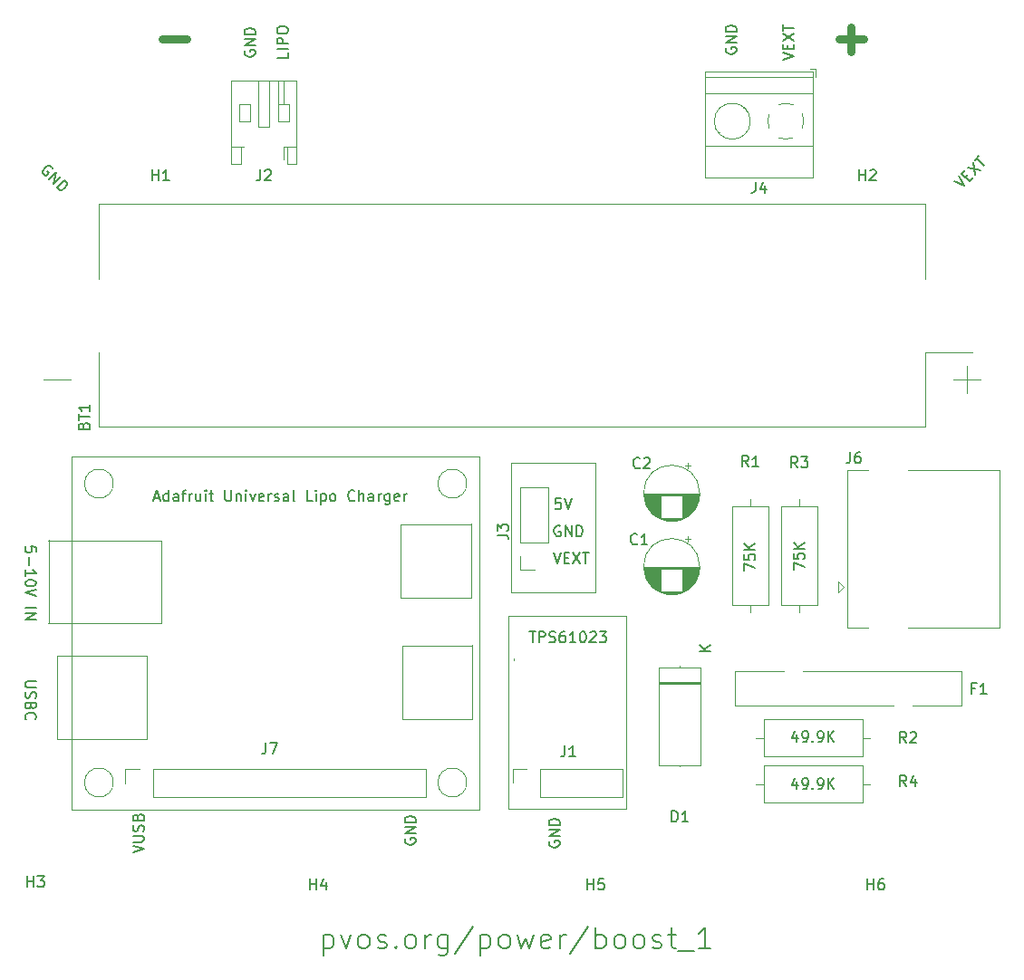
<source format=gbr>
%TF.GenerationSoftware,KiCad,Pcbnew,5.1.6-c6e7f7d~87~ubuntu18.04.1*%
%TF.CreationDate,2021-10-05T10:23:35-04:00*%
%TF.ProjectId,boosta,626f6f73-7461-42e6-9b69-6361645f7063,rev?*%
%TF.SameCoordinates,Original*%
%TF.FileFunction,Legend,Top*%
%TF.FilePolarity,Positive*%
%FSLAX46Y46*%
G04 Gerber Fmt 4.6, Leading zero omitted, Abs format (unit mm)*
G04 Created by KiCad (PCBNEW 5.1.6-c6e7f7d~87~ubuntu18.04.1) date 2021-10-05 10:23:35*
%MOMM*%
%LPD*%
G01*
G04 APERTURE LIST*
%ADD10C,0.150000*%
%ADD11C,0.750000*%
%ADD12C,0.120000*%
G04 APERTURE END LIST*
D10*
X32043619Y-139716095D02*
X31234095Y-139716095D01*
X31138857Y-139763714D01*
X31091238Y-139811333D01*
X31043619Y-139906571D01*
X31043619Y-140097047D01*
X31091238Y-140192285D01*
X31138857Y-140239904D01*
X31234095Y-140287523D01*
X32043619Y-140287523D01*
X31091238Y-140716095D02*
X31043619Y-140858952D01*
X31043619Y-141097047D01*
X31091238Y-141192285D01*
X31138857Y-141239904D01*
X31234095Y-141287523D01*
X31329333Y-141287523D01*
X31424571Y-141239904D01*
X31472190Y-141192285D01*
X31519809Y-141097047D01*
X31567428Y-140906571D01*
X31615047Y-140811333D01*
X31662666Y-140763714D01*
X31757904Y-140716095D01*
X31853142Y-140716095D01*
X31948380Y-140763714D01*
X31996000Y-140811333D01*
X32043619Y-140906571D01*
X32043619Y-141144666D01*
X31996000Y-141287523D01*
X31567428Y-142049428D02*
X31519809Y-142192285D01*
X31472190Y-142239904D01*
X31376952Y-142287523D01*
X31234095Y-142287523D01*
X31138857Y-142239904D01*
X31091238Y-142192285D01*
X31043619Y-142097047D01*
X31043619Y-141716095D01*
X32043619Y-141716095D01*
X32043619Y-142049428D01*
X31996000Y-142144666D01*
X31948380Y-142192285D01*
X31853142Y-142239904D01*
X31757904Y-142239904D01*
X31662666Y-142192285D01*
X31615047Y-142144666D01*
X31567428Y-142049428D01*
X31567428Y-141716095D01*
X31138857Y-143287523D02*
X31091238Y-143239904D01*
X31043619Y-143097047D01*
X31043619Y-143001809D01*
X31091238Y-142858952D01*
X31186476Y-142763714D01*
X31281714Y-142716095D01*
X31472190Y-142668476D01*
X31615047Y-142668476D01*
X31805523Y-142716095D01*
X31900761Y-142763714D01*
X31996000Y-142858952D01*
X32043619Y-143001809D01*
X32043619Y-143097047D01*
X31996000Y-143239904D01*
X31948380Y-143287523D01*
X32043619Y-127651238D02*
X32043619Y-127175047D01*
X31567428Y-127127428D01*
X31615047Y-127175047D01*
X31662666Y-127270285D01*
X31662666Y-127508380D01*
X31615047Y-127603619D01*
X31567428Y-127651238D01*
X31472190Y-127698857D01*
X31234095Y-127698857D01*
X31138857Y-127651238D01*
X31091238Y-127603619D01*
X31043619Y-127508380D01*
X31043619Y-127270285D01*
X31091238Y-127175047D01*
X31138857Y-127127428D01*
X31424571Y-128127428D02*
X31424571Y-128889333D01*
X31043619Y-129889333D02*
X31043619Y-129317904D01*
X31043619Y-129603619D02*
X32043619Y-129603619D01*
X31900761Y-129508380D01*
X31805523Y-129413142D01*
X31757904Y-129317904D01*
X32043619Y-130508380D02*
X32043619Y-130603619D01*
X31996000Y-130698857D01*
X31948380Y-130746476D01*
X31853142Y-130794095D01*
X31662666Y-130841714D01*
X31424571Y-130841714D01*
X31234095Y-130794095D01*
X31138857Y-130746476D01*
X31091238Y-130698857D01*
X31043619Y-130603619D01*
X31043619Y-130508380D01*
X31091238Y-130413142D01*
X31138857Y-130365523D01*
X31234095Y-130317904D01*
X31424571Y-130270285D01*
X31662666Y-130270285D01*
X31853142Y-130317904D01*
X31948380Y-130365523D01*
X31996000Y-130413142D01*
X32043619Y-130508380D01*
X32043619Y-131127428D02*
X31043619Y-131460761D01*
X32043619Y-131794095D01*
X31043619Y-132889333D02*
X32043619Y-132889333D01*
X31043619Y-133365523D02*
X32043619Y-133365523D01*
X31043619Y-133936952D01*
X32043619Y-133936952D01*
X78145142Y-135088380D02*
X78716571Y-135088380D01*
X78430857Y-136088380D02*
X78430857Y-135088380D01*
X79049904Y-136088380D02*
X79049904Y-135088380D01*
X79430857Y-135088380D01*
X79526095Y-135136000D01*
X79573714Y-135183619D01*
X79621333Y-135278857D01*
X79621333Y-135421714D01*
X79573714Y-135516952D01*
X79526095Y-135564571D01*
X79430857Y-135612190D01*
X79049904Y-135612190D01*
X80002285Y-136040761D02*
X80145142Y-136088380D01*
X80383238Y-136088380D01*
X80478476Y-136040761D01*
X80526095Y-135993142D01*
X80573714Y-135897904D01*
X80573714Y-135802666D01*
X80526095Y-135707428D01*
X80478476Y-135659809D01*
X80383238Y-135612190D01*
X80192761Y-135564571D01*
X80097523Y-135516952D01*
X80049904Y-135469333D01*
X80002285Y-135374095D01*
X80002285Y-135278857D01*
X80049904Y-135183619D01*
X80097523Y-135136000D01*
X80192761Y-135088380D01*
X80430857Y-135088380D01*
X80573714Y-135136000D01*
X81430857Y-135088380D02*
X81240380Y-135088380D01*
X81145142Y-135136000D01*
X81097523Y-135183619D01*
X81002285Y-135326476D01*
X80954666Y-135516952D01*
X80954666Y-135897904D01*
X81002285Y-135993142D01*
X81049904Y-136040761D01*
X81145142Y-136088380D01*
X81335619Y-136088380D01*
X81430857Y-136040761D01*
X81478476Y-135993142D01*
X81526095Y-135897904D01*
X81526095Y-135659809D01*
X81478476Y-135564571D01*
X81430857Y-135516952D01*
X81335619Y-135469333D01*
X81145142Y-135469333D01*
X81049904Y-135516952D01*
X81002285Y-135564571D01*
X80954666Y-135659809D01*
X82478476Y-136088380D02*
X81907047Y-136088380D01*
X82192761Y-136088380D02*
X82192761Y-135088380D01*
X82097523Y-135231238D01*
X82002285Y-135326476D01*
X81907047Y-135374095D01*
X83097523Y-135088380D02*
X83192761Y-135088380D01*
X83288000Y-135136000D01*
X83335619Y-135183619D01*
X83383238Y-135278857D01*
X83430857Y-135469333D01*
X83430857Y-135707428D01*
X83383238Y-135897904D01*
X83335619Y-135993142D01*
X83288000Y-136040761D01*
X83192761Y-136088380D01*
X83097523Y-136088380D01*
X83002285Y-136040761D01*
X82954666Y-135993142D01*
X82907047Y-135897904D01*
X82859428Y-135707428D01*
X82859428Y-135469333D01*
X82907047Y-135278857D01*
X82954666Y-135183619D01*
X83002285Y-135136000D01*
X83097523Y-135088380D01*
X83811809Y-135183619D02*
X83859428Y-135136000D01*
X83954666Y-135088380D01*
X84192761Y-135088380D01*
X84288000Y-135136000D01*
X84335619Y-135183619D01*
X84383238Y-135278857D01*
X84383238Y-135374095D01*
X84335619Y-135516952D01*
X83764190Y-136088380D01*
X84383238Y-136088380D01*
X84716571Y-135088380D02*
X85335619Y-135088380D01*
X85002285Y-135469333D01*
X85145142Y-135469333D01*
X85240380Y-135516952D01*
X85288000Y-135564571D01*
X85335619Y-135659809D01*
X85335619Y-135897904D01*
X85288000Y-135993142D01*
X85240380Y-136040761D01*
X85145142Y-136088380D01*
X84859428Y-136088380D01*
X84764190Y-136040761D01*
X84716571Y-135993142D01*
X43102095Y-122594666D02*
X43578285Y-122594666D01*
X43006857Y-122880380D02*
X43340190Y-121880380D01*
X43673523Y-122880380D01*
X44435428Y-122880380D02*
X44435428Y-121880380D01*
X44435428Y-122832761D02*
X44340190Y-122880380D01*
X44149714Y-122880380D01*
X44054476Y-122832761D01*
X44006857Y-122785142D01*
X43959238Y-122689904D01*
X43959238Y-122404190D01*
X44006857Y-122308952D01*
X44054476Y-122261333D01*
X44149714Y-122213714D01*
X44340190Y-122213714D01*
X44435428Y-122261333D01*
X45340190Y-122880380D02*
X45340190Y-122356571D01*
X45292571Y-122261333D01*
X45197333Y-122213714D01*
X45006857Y-122213714D01*
X44911619Y-122261333D01*
X45340190Y-122832761D02*
X45244952Y-122880380D01*
X45006857Y-122880380D01*
X44911619Y-122832761D01*
X44864000Y-122737523D01*
X44864000Y-122642285D01*
X44911619Y-122547047D01*
X45006857Y-122499428D01*
X45244952Y-122499428D01*
X45340190Y-122451809D01*
X45673523Y-122213714D02*
X46054476Y-122213714D01*
X45816380Y-122880380D02*
X45816380Y-122023238D01*
X45864000Y-121928000D01*
X45959238Y-121880380D01*
X46054476Y-121880380D01*
X46387809Y-122880380D02*
X46387809Y-122213714D01*
X46387809Y-122404190D02*
X46435428Y-122308952D01*
X46483047Y-122261333D01*
X46578285Y-122213714D01*
X46673523Y-122213714D01*
X47435428Y-122213714D02*
X47435428Y-122880380D01*
X47006857Y-122213714D02*
X47006857Y-122737523D01*
X47054476Y-122832761D01*
X47149714Y-122880380D01*
X47292571Y-122880380D01*
X47387809Y-122832761D01*
X47435428Y-122785142D01*
X47911619Y-122880380D02*
X47911619Y-122213714D01*
X47911619Y-121880380D02*
X47864000Y-121928000D01*
X47911619Y-121975619D01*
X47959238Y-121928000D01*
X47911619Y-121880380D01*
X47911619Y-121975619D01*
X48244952Y-122213714D02*
X48625904Y-122213714D01*
X48387809Y-121880380D02*
X48387809Y-122737523D01*
X48435428Y-122832761D01*
X48530666Y-122880380D01*
X48625904Y-122880380D01*
X49721142Y-121880380D02*
X49721142Y-122689904D01*
X49768761Y-122785142D01*
X49816380Y-122832761D01*
X49911619Y-122880380D01*
X50102095Y-122880380D01*
X50197333Y-122832761D01*
X50244952Y-122785142D01*
X50292571Y-122689904D01*
X50292571Y-121880380D01*
X50768761Y-122213714D02*
X50768761Y-122880380D01*
X50768761Y-122308952D02*
X50816380Y-122261333D01*
X50911619Y-122213714D01*
X51054476Y-122213714D01*
X51149714Y-122261333D01*
X51197333Y-122356571D01*
X51197333Y-122880380D01*
X51673523Y-122880380D02*
X51673523Y-122213714D01*
X51673523Y-121880380D02*
X51625904Y-121928000D01*
X51673523Y-121975619D01*
X51721142Y-121928000D01*
X51673523Y-121880380D01*
X51673523Y-121975619D01*
X52054476Y-122213714D02*
X52292571Y-122880380D01*
X52530666Y-122213714D01*
X53292571Y-122832761D02*
X53197333Y-122880380D01*
X53006857Y-122880380D01*
X52911619Y-122832761D01*
X52863999Y-122737523D01*
X52863999Y-122356571D01*
X52911619Y-122261333D01*
X53006857Y-122213714D01*
X53197333Y-122213714D01*
X53292571Y-122261333D01*
X53340190Y-122356571D01*
X53340190Y-122451809D01*
X52863999Y-122547047D01*
X53768761Y-122880380D02*
X53768761Y-122213714D01*
X53768761Y-122404190D02*
X53816380Y-122308952D01*
X53863999Y-122261333D01*
X53959238Y-122213714D01*
X54054476Y-122213714D01*
X54340190Y-122832761D02*
X54435428Y-122880380D01*
X54625904Y-122880380D01*
X54721142Y-122832761D01*
X54768761Y-122737523D01*
X54768761Y-122689904D01*
X54721142Y-122594666D01*
X54625904Y-122547047D01*
X54483047Y-122547047D01*
X54387809Y-122499428D01*
X54340190Y-122404190D01*
X54340190Y-122356571D01*
X54387809Y-122261333D01*
X54483047Y-122213714D01*
X54625904Y-122213714D01*
X54721142Y-122261333D01*
X55625904Y-122880380D02*
X55625904Y-122356571D01*
X55578285Y-122261333D01*
X55483047Y-122213714D01*
X55292571Y-122213714D01*
X55197333Y-122261333D01*
X55625904Y-122832761D02*
X55530666Y-122880380D01*
X55292571Y-122880380D01*
X55197333Y-122832761D01*
X55149714Y-122737523D01*
X55149714Y-122642285D01*
X55197333Y-122547047D01*
X55292571Y-122499428D01*
X55530666Y-122499428D01*
X55625904Y-122451809D01*
X56244952Y-122880380D02*
X56149714Y-122832761D01*
X56102095Y-122737523D01*
X56102095Y-121880380D01*
X57863999Y-122880380D02*
X57387809Y-122880380D01*
X57387809Y-121880380D01*
X58197333Y-122880380D02*
X58197333Y-122213714D01*
X58197333Y-121880380D02*
X58149714Y-121928000D01*
X58197333Y-121975619D01*
X58244952Y-121928000D01*
X58197333Y-121880380D01*
X58197333Y-121975619D01*
X58673523Y-122213714D02*
X58673523Y-123213714D01*
X58673523Y-122261333D02*
X58768761Y-122213714D01*
X58959238Y-122213714D01*
X59054476Y-122261333D01*
X59102095Y-122308952D01*
X59149714Y-122404190D01*
X59149714Y-122689904D01*
X59102095Y-122785142D01*
X59054476Y-122832761D01*
X58959238Y-122880380D01*
X58768761Y-122880380D01*
X58673523Y-122832761D01*
X59721142Y-122880380D02*
X59625904Y-122832761D01*
X59578285Y-122785142D01*
X59530666Y-122689904D01*
X59530666Y-122404190D01*
X59578285Y-122308952D01*
X59625904Y-122261333D01*
X59721142Y-122213714D01*
X59863999Y-122213714D01*
X59959238Y-122261333D01*
X60006857Y-122308952D01*
X60054476Y-122404190D01*
X60054476Y-122689904D01*
X60006857Y-122785142D01*
X59959238Y-122832761D01*
X59863999Y-122880380D01*
X59721142Y-122880380D01*
X61816380Y-122785142D02*
X61768761Y-122832761D01*
X61625904Y-122880380D01*
X61530666Y-122880380D01*
X61387809Y-122832761D01*
X61292571Y-122737523D01*
X61244952Y-122642285D01*
X61197333Y-122451809D01*
X61197333Y-122308952D01*
X61244952Y-122118476D01*
X61292571Y-122023238D01*
X61387809Y-121928000D01*
X61530666Y-121880380D01*
X61625904Y-121880380D01*
X61768761Y-121928000D01*
X61816380Y-121975619D01*
X62244952Y-122880380D02*
X62244952Y-121880380D01*
X62673523Y-122880380D02*
X62673523Y-122356571D01*
X62625904Y-122261333D01*
X62530666Y-122213714D01*
X62387809Y-122213714D01*
X62292571Y-122261333D01*
X62244952Y-122308952D01*
X63578285Y-122880380D02*
X63578285Y-122356571D01*
X63530666Y-122261333D01*
X63435428Y-122213714D01*
X63244952Y-122213714D01*
X63149714Y-122261333D01*
X63578285Y-122832761D02*
X63483047Y-122880380D01*
X63244952Y-122880380D01*
X63149714Y-122832761D01*
X63102095Y-122737523D01*
X63102095Y-122642285D01*
X63149714Y-122547047D01*
X63244952Y-122499428D01*
X63483047Y-122499428D01*
X63578285Y-122451809D01*
X64054476Y-122880380D02*
X64054476Y-122213714D01*
X64054476Y-122404190D02*
X64102095Y-122308952D01*
X64149714Y-122261333D01*
X64244952Y-122213714D01*
X64340190Y-122213714D01*
X65102095Y-122213714D02*
X65102095Y-123023238D01*
X65054476Y-123118476D01*
X65006857Y-123166095D01*
X64911619Y-123213714D01*
X64768761Y-123213714D01*
X64673523Y-123166095D01*
X65102095Y-122832761D02*
X65006857Y-122880380D01*
X64816380Y-122880380D01*
X64721142Y-122832761D01*
X64673523Y-122785142D01*
X64625904Y-122689904D01*
X64625904Y-122404190D01*
X64673523Y-122308952D01*
X64721142Y-122261333D01*
X64816380Y-122213714D01*
X65006857Y-122213714D01*
X65102095Y-122261333D01*
X65959238Y-122832761D02*
X65863999Y-122880380D01*
X65673523Y-122880380D01*
X65578285Y-122832761D01*
X65530666Y-122737523D01*
X65530666Y-122356571D01*
X65578285Y-122261333D01*
X65673523Y-122213714D01*
X65863999Y-122213714D01*
X65959238Y-122261333D01*
X66006857Y-122356571D01*
X66006857Y-122451809D01*
X65530666Y-122547047D01*
X66435428Y-122880380D02*
X66435428Y-122213714D01*
X66435428Y-122404190D02*
X66483047Y-122308952D01*
X66530666Y-122261333D01*
X66625904Y-122213714D01*
X66721142Y-122213714D01*
D11*
X107061142Y-79716285D02*
X109346857Y-79716285D01*
X108204000Y-80859142D02*
X108204000Y-78573428D01*
X43815142Y-79716285D02*
X46100857Y-79716285D01*
D10*
X117831099Y-92976450D02*
X118773908Y-93447854D01*
X118302503Y-92505045D01*
X118874923Y-92606061D02*
X119110625Y-92370358D01*
X119582030Y-92639732D02*
X119245312Y-92976450D01*
X118538206Y-92269343D01*
X118874923Y-91932625D01*
X119110625Y-91696923D02*
X120289137Y-91932625D01*
X119582030Y-91225519D02*
X119817732Y-92404030D01*
X119750389Y-91057160D02*
X120154450Y-90653099D01*
X120659526Y-91562236D02*
X119952419Y-90855129D01*
X33596805Y-91817698D02*
X33563133Y-91716683D01*
X33462118Y-91615668D01*
X33327431Y-91548324D01*
X33192744Y-91548324D01*
X33091729Y-91581996D01*
X32923370Y-91683011D01*
X32822355Y-91784026D01*
X32721339Y-91952385D01*
X32687668Y-92053400D01*
X32687668Y-92188087D01*
X32755011Y-92322774D01*
X32822355Y-92390118D01*
X32957042Y-92457461D01*
X33024385Y-92457461D01*
X33260087Y-92221759D01*
X33125400Y-92087072D01*
X33260087Y-92827851D02*
X33967194Y-92120744D01*
X33664148Y-93231912D01*
X34371255Y-92524805D01*
X34000866Y-93568629D02*
X34707973Y-92861522D01*
X34876331Y-93029881D01*
X34943675Y-93164568D01*
X34943675Y-93299255D01*
X34910003Y-93400270D01*
X34808988Y-93568629D01*
X34707973Y-93669644D01*
X34539614Y-93770660D01*
X34438599Y-93804331D01*
X34303912Y-93804331D01*
X34169225Y-93736988D01*
X34000866Y-93568629D01*
X101814380Y-81652857D02*
X102814380Y-81319523D01*
X101814380Y-80986190D01*
X102290571Y-80652857D02*
X102290571Y-80319523D01*
X102814380Y-80176666D02*
X102814380Y-80652857D01*
X101814380Y-80652857D01*
X101814380Y-80176666D01*
X101814380Y-79843333D02*
X102814380Y-79176666D01*
X101814380Y-79176666D02*
X102814380Y-79843333D01*
X101814380Y-78938571D02*
X101814380Y-78367142D01*
X102814380Y-78652857D02*
X101814380Y-78652857D01*
X96528000Y-80517904D02*
X96480380Y-80613142D01*
X96480380Y-80756000D01*
X96528000Y-80898857D01*
X96623238Y-80994095D01*
X96718476Y-81041714D01*
X96908952Y-81089333D01*
X97051809Y-81089333D01*
X97242285Y-81041714D01*
X97337523Y-80994095D01*
X97432761Y-80898857D01*
X97480380Y-80756000D01*
X97480380Y-80660761D01*
X97432761Y-80517904D01*
X97385142Y-80470285D01*
X97051809Y-80470285D01*
X97051809Y-80660761D01*
X97480380Y-80041714D02*
X96480380Y-80041714D01*
X97480380Y-79470285D01*
X96480380Y-79470285D01*
X97480380Y-78994095D02*
X96480380Y-78994095D01*
X96480380Y-78756000D01*
X96528000Y-78613142D01*
X96623238Y-78517904D01*
X96718476Y-78470285D01*
X96908952Y-78422666D01*
X97051809Y-78422666D01*
X97242285Y-78470285D01*
X97337523Y-78517904D01*
X97432761Y-78613142D01*
X97480380Y-78756000D01*
X97480380Y-78994095D01*
X51570000Y-80771904D02*
X51522380Y-80867142D01*
X51522380Y-81010000D01*
X51570000Y-81152857D01*
X51665238Y-81248095D01*
X51760476Y-81295714D01*
X51950952Y-81343333D01*
X52093809Y-81343333D01*
X52284285Y-81295714D01*
X52379523Y-81248095D01*
X52474761Y-81152857D01*
X52522380Y-81010000D01*
X52522380Y-80914761D01*
X52474761Y-80771904D01*
X52427142Y-80724285D01*
X52093809Y-80724285D01*
X52093809Y-80914761D01*
X52522380Y-80295714D02*
X51522380Y-80295714D01*
X52522380Y-79724285D01*
X51522380Y-79724285D01*
X52522380Y-79248095D02*
X51522380Y-79248095D01*
X51522380Y-79010000D01*
X51570000Y-78867142D01*
X51665238Y-78771904D01*
X51760476Y-78724285D01*
X51950952Y-78676666D01*
X52093809Y-78676666D01*
X52284285Y-78724285D01*
X52379523Y-78771904D01*
X52474761Y-78867142D01*
X52522380Y-79010000D01*
X52522380Y-79248095D01*
X55570380Y-80962380D02*
X55570380Y-81438571D01*
X54570380Y-81438571D01*
X55570380Y-80629047D02*
X54570380Y-80629047D01*
X55570380Y-80152857D02*
X54570380Y-80152857D01*
X54570380Y-79771904D01*
X54618000Y-79676666D01*
X54665619Y-79629047D01*
X54760857Y-79581428D01*
X54903714Y-79581428D01*
X54998952Y-79629047D01*
X55046571Y-79676666D01*
X55094190Y-79771904D01*
X55094190Y-80152857D01*
X54570380Y-78962380D02*
X54570380Y-78771904D01*
X54618000Y-78676666D01*
X54713238Y-78581428D01*
X54903714Y-78533809D01*
X55237047Y-78533809D01*
X55427523Y-78581428D01*
X55522761Y-78676666D01*
X55570380Y-78771904D01*
X55570380Y-78962380D01*
X55522761Y-79057619D01*
X55427523Y-79152857D01*
X55237047Y-79200476D01*
X54903714Y-79200476D01*
X54713238Y-79152857D01*
X54618000Y-79057619D01*
X54570380Y-78962380D01*
X81089523Y-122642380D02*
X80613333Y-122642380D01*
X80565714Y-123118571D01*
X80613333Y-123070952D01*
X80708571Y-123023333D01*
X80946666Y-123023333D01*
X81041904Y-123070952D01*
X81089523Y-123118571D01*
X81137142Y-123213809D01*
X81137142Y-123451904D01*
X81089523Y-123547142D01*
X81041904Y-123594761D01*
X80946666Y-123642380D01*
X80708571Y-123642380D01*
X80613333Y-123594761D01*
X80565714Y-123547142D01*
X81422857Y-122642380D02*
X81756190Y-123642380D01*
X82089523Y-122642380D01*
X81026095Y-125230000D02*
X80930857Y-125182380D01*
X80788000Y-125182380D01*
X80645142Y-125230000D01*
X80549904Y-125325238D01*
X80502285Y-125420476D01*
X80454666Y-125610952D01*
X80454666Y-125753809D01*
X80502285Y-125944285D01*
X80549904Y-126039523D01*
X80645142Y-126134761D01*
X80788000Y-126182380D01*
X80883238Y-126182380D01*
X81026095Y-126134761D01*
X81073714Y-126087142D01*
X81073714Y-125753809D01*
X80883238Y-125753809D01*
X81502285Y-126182380D02*
X81502285Y-125182380D01*
X82073714Y-126182380D01*
X82073714Y-125182380D01*
X82549904Y-126182380D02*
X82549904Y-125182380D01*
X82788000Y-125182380D01*
X82930857Y-125230000D01*
X83026095Y-125325238D01*
X83073714Y-125420476D01*
X83121333Y-125610952D01*
X83121333Y-125753809D01*
X83073714Y-125944285D01*
X83026095Y-126039523D01*
X82930857Y-126134761D01*
X82788000Y-126182380D01*
X82549904Y-126182380D01*
X80399142Y-127722380D02*
X80732476Y-128722380D01*
X81065809Y-127722380D01*
X81399142Y-128198571D02*
X81732476Y-128198571D01*
X81875333Y-128722380D02*
X81399142Y-128722380D01*
X81399142Y-127722380D01*
X81875333Y-127722380D01*
X82208666Y-127722380D02*
X82875333Y-128722380D01*
X82875333Y-127722380D02*
X82208666Y-128722380D01*
X83113428Y-127722380D02*
X83684857Y-127722380D01*
X83399142Y-128722380D02*
X83399142Y-127722380D01*
X80018000Y-154685904D02*
X79970380Y-154781142D01*
X79970380Y-154924000D01*
X80018000Y-155066857D01*
X80113238Y-155162095D01*
X80208476Y-155209714D01*
X80398952Y-155257333D01*
X80541809Y-155257333D01*
X80732285Y-155209714D01*
X80827523Y-155162095D01*
X80922761Y-155066857D01*
X80970380Y-154924000D01*
X80970380Y-154828761D01*
X80922761Y-154685904D01*
X80875142Y-154638285D01*
X80541809Y-154638285D01*
X80541809Y-154828761D01*
X80970380Y-154209714D02*
X79970380Y-154209714D01*
X80970380Y-153638285D01*
X79970380Y-153638285D01*
X80970380Y-153162095D02*
X79970380Y-153162095D01*
X79970380Y-152924000D01*
X80018000Y-152781142D01*
X80113238Y-152685904D01*
X80208476Y-152638285D01*
X80398952Y-152590666D01*
X80541809Y-152590666D01*
X80732285Y-152638285D01*
X80827523Y-152685904D01*
X80922761Y-152781142D01*
X80970380Y-152924000D01*
X80970380Y-153162095D01*
X66556000Y-154431904D02*
X66508380Y-154527142D01*
X66508380Y-154670000D01*
X66556000Y-154812857D01*
X66651238Y-154908095D01*
X66746476Y-154955714D01*
X66936952Y-155003333D01*
X67079809Y-155003333D01*
X67270285Y-154955714D01*
X67365523Y-154908095D01*
X67460761Y-154812857D01*
X67508380Y-154670000D01*
X67508380Y-154574761D01*
X67460761Y-154431904D01*
X67413142Y-154384285D01*
X67079809Y-154384285D01*
X67079809Y-154574761D01*
X67508380Y-153955714D02*
X66508380Y-153955714D01*
X67508380Y-153384285D01*
X66508380Y-153384285D01*
X67508380Y-152908095D02*
X66508380Y-152908095D01*
X66508380Y-152670000D01*
X66556000Y-152527142D01*
X66651238Y-152431904D01*
X66746476Y-152384285D01*
X66936952Y-152336666D01*
X67079809Y-152336666D01*
X67270285Y-152384285D01*
X67365523Y-152431904D01*
X67460761Y-152527142D01*
X67508380Y-152670000D01*
X67508380Y-152908095D01*
X41108380Y-155757333D02*
X42108380Y-155424000D01*
X41108380Y-155090666D01*
X41108380Y-154757333D02*
X41917904Y-154757333D01*
X42013142Y-154709714D01*
X42060761Y-154662095D01*
X42108380Y-154566857D01*
X42108380Y-154376380D01*
X42060761Y-154281142D01*
X42013142Y-154233523D01*
X41917904Y-154185904D01*
X41108380Y-154185904D01*
X42060761Y-153757333D02*
X42108380Y-153614476D01*
X42108380Y-153376380D01*
X42060761Y-153281142D01*
X42013142Y-153233523D01*
X41917904Y-153185904D01*
X41822666Y-153185904D01*
X41727428Y-153233523D01*
X41679809Y-153281142D01*
X41632190Y-153376380D01*
X41584571Y-153566857D01*
X41536952Y-153662095D01*
X41489333Y-153709714D01*
X41394095Y-153757333D01*
X41298857Y-153757333D01*
X41203619Y-153709714D01*
X41156000Y-153662095D01*
X41108380Y-153566857D01*
X41108380Y-153328761D01*
X41156000Y-153185904D01*
X41584571Y-152424000D02*
X41632190Y-152281142D01*
X41679809Y-152233523D01*
X41775047Y-152185904D01*
X41917904Y-152185904D01*
X42013142Y-152233523D01*
X42060761Y-152281142D01*
X42108380Y-152376380D01*
X42108380Y-152757333D01*
X41108380Y-152757333D01*
X41108380Y-152424000D01*
X41156000Y-152328761D01*
X41203619Y-152281142D01*
X41298857Y-152233523D01*
X41394095Y-152233523D01*
X41489333Y-152281142D01*
X41536952Y-152328761D01*
X41584571Y-152424000D01*
X41584571Y-152757333D01*
D12*
X76690000Y-137614000D02*
X76690000Y-137764000D01*
X76210000Y-151624000D02*
X87210000Y-151624000D01*
X87210000Y-133624000D02*
X87210000Y-151624000D01*
X76210000Y-133624000D02*
X76210000Y-151624000D01*
X76210000Y-133624000D02*
X87210000Y-133624000D01*
X72830000Y-136390000D02*
X66250000Y-136390000D01*
X66250000Y-136390000D02*
X66250000Y-143250000D01*
X66250000Y-143250000D02*
X72830000Y-143250000D01*
X72830000Y-143250000D02*
X72830000Y-136350000D01*
X72720000Y-131910000D02*
X72720000Y-125010000D01*
X66140000Y-131910000D02*
X72720000Y-131910000D01*
X66140000Y-125050000D02*
X66140000Y-131910000D01*
X72720000Y-125050000D02*
X66140000Y-125050000D01*
X34000000Y-137360000D02*
X34380000Y-137360000D01*
X34000000Y-145130000D02*
X34000000Y-137360000D01*
X42380000Y-145130000D02*
X34000000Y-145130000D01*
X42380000Y-137360000D02*
X42380000Y-145130000D01*
X34360000Y-137360000D02*
X42380000Y-137360000D01*
X33160000Y-126560000D02*
X33810000Y-126560000D01*
X33220000Y-134230000D02*
X33220000Y-126530000D01*
X43750000Y-134260000D02*
X33160000Y-134260000D01*
X43750000Y-126560000D02*
X43750000Y-134260000D01*
X33770000Y-126560000D02*
X43750000Y-126560000D01*
X76454000Y-131418000D02*
X84304000Y-131418000D01*
X84304000Y-119348000D02*
X84304000Y-131418000D01*
X76454000Y-119348000D02*
X76454000Y-131418000D01*
X76454000Y-119348000D02*
X84304000Y-119348000D01*
X73490000Y-118720000D02*
X73490000Y-151740000D01*
X35390000Y-151740000D02*
X73490000Y-151740000D01*
X72300000Y-149200000D02*
G75*
G03*
X72300000Y-149200000I-1350000J0D01*
G01*
X39280000Y-149200000D02*
G75*
G03*
X39280000Y-149200000I-1350000J0D01*
G01*
X72300000Y-121260000D02*
G75*
G03*
X72300000Y-121260000I-1350000J0D01*
G01*
X39280000Y-121260000D02*
G75*
G03*
X39280000Y-121260000I-1350000J0D01*
G01*
X35390000Y-118720000D02*
X35390000Y-151740000D01*
X35390000Y-118720000D02*
X73490000Y-118720000D01*
D10*
X58914380Y-163401428D02*
X58914380Y-165401428D01*
X58914380Y-163496666D02*
X59104857Y-163401428D01*
X59485809Y-163401428D01*
X59676285Y-163496666D01*
X59771523Y-163591904D01*
X59866761Y-163782380D01*
X59866761Y-164353809D01*
X59771523Y-164544285D01*
X59676285Y-164639523D01*
X59485809Y-164734761D01*
X59104857Y-164734761D01*
X58914380Y-164639523D01*
X60533428Y-163401428D02*
X61009619Y-164734761D01*
X61485809Y-163401428D01*
X62533428Y-164734761D02*
X62342952Y-164639523D01*
X62247714Y-164544285D01*
X62152476Y-164353809D01*
X62152476Y-163782380D01*
X62247714Y-163591904D01*
X62342952Y-163496666D01*
X62533428Y-163401428D01*
X62819142Y-163401428D01*
X63009619Y-163496666D01*
X63104857Y-163591904D01*
X63200095Y-163782380D01*
X63200095Y-164353809D01*
X63104857Y-164544285D01*
X63009619Y-164639523D01*
X62819142Y-164734761D01*
X62533428Y-164734761D01*
X63962000Y-164639523D02*
X64152476Y-164734761D01*
X64533428Y-164734761D01*
X64723904Y-164639523D01*
X64819142Y-164449047D01*
X64819142Y-164353809D01*
X64723904Y-164163333D01*
X64533428Y-164068095D01*
X64247714Y-164068095D01*
X64057238Y-163972857D01*
X63962000Y-163782380D01*
X63962000Y-163687142D01*
X64057238Y-163496666D01*
X64247714Y-163401428D01*
X64533428Y-163401428D01*
X64723904Y-163496666D01*
X65676285Y-164544285D02*
X65771523Y-164639523D01*
X65676285Y-164734761D01*
X65581047Y-164639523D01*
X65676285Y-164544285D01*
X65676285Y-164734761D01*
X66914380Y-164734761D02*
X66723904Y-164639523D01*
X66628666Y-164544285D01*
X66533428Y-164353809D01*
X66533428Y-163782380D01*
X66628666Y-163591904D01*
X66723904Y-163496666D01*
X66914380Y-163401428D01*
X67200095Y-163401428D01*
X67390571Y-163496666D01*
X67485809Y-163591904D01*
X67581047Y-163782380D01*
X67581047Y-164353809D01*
X67485809Y-164544285D01*
X67390571Y-164639523D01*
X67200095Y-164734761D01*
X66914380Y-164734761D01*
X68438190Y-164734761D02*
X68438190Y-163401428D01*
X68438190Y-163782380D02*
X68533428Y-163591904D01*
X68628666Y-163496666D01*
X68819142Y-163401428D01*
X69009619Y-163401428D01*
X70533428Y-163401428D02*
X70533428Y-165020476D01*
X70438190Y-165210952D01*
X70342952Y-165306190D01*
X70152476Y-165401428D01*
X69866761Y-165401428D01*
X69676285Y-165306190D01*
X70533428Y-164639523D02*
X70342952Y-164734761D01*
X69962000Y-164734761D01*
X69771523Y-164639523D01*
X69676285Y-164544285D01*
X69581047Y-164353809D01*
X69581047Y-163782380D01*
X69676285Y-163591904D01*
X69771523Y-163496666D01*
X69962000Y-163401428D01*
X70342952Y-163401428D01*
X70533428Y-163496666D01*
X72914380Y-162639523D02*
X71200095Y-165210952D01*
X73581047Y-163401428D02*
X73581047Y-165401428D01*
X73581047Y-163496666D02*
X73771523Y-163401428D01*
X74152476Y-163401428D01*
X74342952Y-163496666D01*
X74438190Y-163591904D01*
X74533428Y-163782380D01*
X74533428Y-164353809D01*
X74438190Y-164544285D01*
X74342952Y-164639523D01*
X74152476Y-164734761D01*
X73771523Y-164734761D01*
X73581047Y-164639523D01*
X75676285Y-164734761D02*
X75485809Y-164639523D01*
X75390571Y-164544285D01*
X75295333Y-164353809D01*
X75295333Y-163782380D01*
X75390571Y-163591904D01*
X75485809Y-163496666D01*
X75676285Y-163401428D01*
X75962000Y-163401428D01*
X76152476Y-163496666D01*
X76247714Y-163591904D01*
X76342952Y-163782380D01*
X76342952Y-164353809D01*
X76247714Y-164544285D01*
X76152476Y-164639523D01*
X75962000Y-164734761D01*
X75676285Y-164734761D01*
X77009619Y-163401428D02*
X77390571Y-164734761D01*
X77771523Y-163782380D01*
X78152476Y-164734761D01*
X78533428Y-163401428D01*
X80057238Y-164639523D02*
X79866761Y-164734761D01*
X79485809Y-164734761D01*
X79295333Y-164639523D01*
X79200095Y-164449047D01*
X79200095Y-163687142D01*
X79295333Y-163496666D01*
X79485809Y-163401428D01*
X79866761Y-163401428D01*
X80057238Y-163496666D01*
X80152476Y-163687142D01*
X80152476Y-163877619D01*
X79200095Y-164068095D01*
X81009619Y-164734761D02*
X81009619Y-163401428D01*
X81009619Y-163782380D02*
X81104857Y-163591904D01*
X81200095Y-163496666D01*
X81390571Y-163401428D01*
X81581047Y-163401428D01*
X83676285Y-162639523D02*
X81962000Y-165210952D01*
X84342952Y-164734761D02*
X84342952Y-162734761D01*
X84342952Y-163496666D02*
X84533428Y-163401428D01*
X84914380Y-163401428D01*
X85104857Y-163496666D01*
X85200095Y-163591904D01*
X85295333Y-163782380D01*
X85295333Y-164353809D01*
X85200095Y-164544285D01*
X85104857Y-164639523D01*
X84914380Y-164734761D01*
X84533428Y-164734761D01*
X84342952Y-164639523D01*
X86438190Y-164734761D02*
X86247714Y-164639523D01*
X86152476Y-164544285D01*
X86057238Y-164353809D01*
X86057238Y-163782380D01*
X86152476Y-163591904D01*
X86247714Y-163496666D01*
X86438190Y-163401428D01*
X86723904Y-163401428D01*
X86914380Y-163496666D01*
X87009619Y-163591904D01*
X87104857Y-163782380D01*
X87104857Y-164353809D01*
X87009619Y-164544285D01*
X86914380Y-164639523D01*
X86723904Y-164734761D01*
X86438190Y-164734761D01*
X88247714Y-164734761D02*
X88057238Y-164639523D01*
X87962000Y-164544285D01*
X87866761Y-164353809D01*
X87866761Y-163782380D01*
X87962000Y-163591904D01*
X88057238Y-163496666D01*
X88247714Y-163401428D01*
X88533428Y-163401428D01*
X88723904Y-163496666D01*
X88819142Y-163591904D01*
X88914380Y-163782380D01*
X88914380Y-164353809D01*
X88819142Y-164544285D01*
X88723904Y-164639523D01*
X88533428Y-164734761D01*
X88247714Y-164734761D01*
X89676285Y-164639523D02*
X89866761Y-164734761D01*
X90247714Y-164734761D01*
X90438190Y-164639523D01*
X90533428Y-164449047D01*
X90533428Y-164353809D01*
X90438190Y-164163333D01*
X90247714Y-164068095D01*
X89962000Y-164068095D01*
X89771523Y-163972857D01*
X89676285Y-163782380D01*
X89676285Y-163687142D01*
X89771523Y-163496666D01*
X89962000Y-163401428D01*
X90247714Y-163401428D01*
X90438190Y-163496666D01*
X91104857Y-163401428D02*
X91866761Y-163401428D01*
X91390571Y-162734761D02*
X91390571Y-164449047D01*
X91485809Y-164639523D01*
X91676285Y-164734761D01*
X91866761Y-164734761D01*
X92057238Y-164925238D02*
X93581047Y-164925238D01*
X95104857Y-164734761D02*
X93962000Y-164734761D01*
X94533428Y-164734761D02*
X94533428Y-162734761D01*
X94342952Y-163020476D01*
X94152476Y-163210952D01*
X93962000Y-163306190D01*
D12*
%TO.C,J4*%
X102079195Y-85695747D02*
G75*
G02*
X102792000Y-85841000I28805J-1680253D01*
G01*
X103643426Y-86692958D02*
G75*
G02*
X103643000Y-88060000I-1535426J-683042D01*
G01*
X102791042Y-88911426D02*
G75*
G02*
X101424000Y-88911000I-683042J1535426D01*
G01*
X100572574Y-88059042D02*
G75*
G02*
X100573000Y-86692000I1535426J683042D01*
G01*
X101424682Y-85841244D02*
G75*
G02*
X102108000Y-85696000I683318J-1534756D01*
G01*
X98788000Y-87376000D02*
G75*
G03*
X98788000Y-87376000I-1680000J0D01*
G01*
X104668000Y-83276000D02*
X94548000Y-83276000D01*
X104668000Y-84776000D02*
X94548000Y-84776000D01*
X104668000Y-89677000D02*
X94548000Y-89677000D01*
X104668000Y-92637000D02*
X94548000Y-92637000D01*
X104668000Y-82716000D02*
X94548000Y-82716000D01*
X104668000Y-92637000D02*
X104668000Y-82716000D01*
X94548000Y-92637000D02*
X94548000Y-82716000D01*
X95833000Y-88445000D02*
X95880000Y-88399000D01*
X98142000Y-86137000D02*
X98177000Y-86102000D01*
X96038000Y-88651000D02*
X96073000Y-88615000D01*
X98335000Y-86353000D02*
X98382000Y-86307000D01*
X104908000Y-83216000D02*
X104908000Y-82476000D01*
X104908000Y-82476000D02*
X104408000Y-82476000D01*
%TO.C,BT1*%
X115170000Y-108970000D02*
X119530000Y-108970000D01*
X115170000Y-95090000D02*
X115170000Y-102090000D01*
X37890000Y-95090000D02*
X115170000Y-95090000D01*
X37890000Y-102090000D02*
X37890000Y-95090000D01*
X115170000Y-115970000D02*
X115170000Y-108970000D01*
X37890000Y-115970000D02*
X115170000Y-115970000D01*
X37890000Y-108970000D02*
X37890000Y-115950000D01*
X32780000Y-111530000D02*
X35280000Y-111530000D01*
X120280000Y-111530000D02*
X117780000Y-111530000D01*
X119030000Y-110280000D02*
X119030000Y-112780000D01*
%TO.C,R4*%
X100028000Y-147632000D02*
X100028000Y-151072000D01*
X100028000Y-151072000D02*
X109268000Y-151072000D01*
X109268000Y-151072000D02*
X109268000Y-147632000D01*
X109268000Y-147632000D02*
X100028000Y-147632000D01*
X99338000Y-149352000D02*
X100028000Y-149352000D01*
X109958000Y-149352000D02*
X109268000Y-149352000D01*
%TO.C,R3*%
X105098000Y-123396000D02*
X101658000Y-123396000D01*
X101658000Y-123396000D02*
X101658000Y-132636000D01*
X101658000Y-132636000D02*
X105098000Y-132636000D01*
X105098000Y-132636000D02*
X105098000Y-123396000D01*
X103378000Y-122706000D02*
X103378000Y-123396000D01*
X103378000Y-133326000D02*
X103378000Y-132636000D01*
%TO.C,R2*%
X100028000Y-143314000D02*
X100028000Y-146754000D01*
X100028000Y-146754000D02*
X109268000Y-146754000D01*
X109268000Y-146754000D02*
X109268000Y-143314000D01*
X109268000Y-143314000D02*
X100028000Y-143314000D01*
X99338000Y-145034000D02*
X100028000Y-145034000D01*
X109958000Y-145034000D02*
X109268000Y-145034000D01*
%TO.C,R1*%
X100526000Y-123396000D02*
X97086000Y-123396000D01*
X97086000Y-123396000D02*
X97086000Y-132636000D01*
X97086000Y-132636000D02*
X100526000Y-132636000D01*
X100526000Y-132636000D02*
X100526000Y-123396000D01*
X98806000Y-122706000D02*
X98806000Y-123396000D01*
X98806000Y-133326000D02*
X98806000Y-132636000D01*
%TO.C,D1*%
X94172000Y-138432000D02*
X90232000Y-138432000D01*
X90232000Y-138432000D02*
X90232000Y-147572000D01*
X90232000Y-147572000D02*
X94172000Y-147572000D01*
X94172000Y-147572000D02*
X94172000Y-138432000D01*
X92202000Y-138292000D02*
X92202000Y-138432000D01*
X92202000Y-147712000D02*
X92202000Y-147572000D01*
X94172000Y-139887000D02*
X90232000Y-139887000D01*
X94172000Y-140007000D02*
X90232000Y-140007000D01*
X94172000Y-139767000D02*
X90232000Y-139767000D01*
%TO.C,C2*%
X94060000Y-122154000D02*
G75*
G03*
X94060000Y-122154000I-2620000J0D01*
G01*
X94020000Y-122154000D02*
X88860000Y-122154000D01*
X94020000Y-122194000D02*
X88860000Y-122194000D01*
X94019000Y-122234000D02*
X88861000Y-122234000D01*
X94018000Y-122274000D02*
X88862000Y-122274000D01*
X94016000Y-122314000D02*
X88864000Y-122314000D01*
X94013000Y-122354000D02*
X88867000Y-122354000D01*
X94009000Y-122394000D02*
X92480000Y-122394000D01*
X90400000Y-122394000D02*
X88871000Y-122394000D01*
X94005000Y-122434000D02*
X92480000Y-122434000D01*
X90400000Y-122434000D02*
X88875000Y-122434000D01*
X94001000Y-122474000D02*
X92480000Y-122474000D01*
X90400000Y-122474000D02*
X88879000Y-122474000D01*
X93996000Y-122514000D02*
X92480000Y-122514000D01*
X90400000Y-122514000D02*
X88884000Y-122514000D01*
X93990000Y-122554000D02*
X92480000Y-122554000D01*
X90400000Y-122554000D02*
X88890000Y-122554000D01*
X93983000Y-122594000D02*
X92480000Y-122594000D01*
X90400000Y-122594000D02*
X88897000Y-122594000D01*
X93976000Y-122634000D02*
X92480000Y-122634000D01*
X90400000Y-122634000D02*
X88904000Y-122634000D01*
X93968000Y-122674000D02*
X92480000Y-122674000D01*
X90400000Y-122674000D02*
X88912000Y-122674000D01*
X93960000Y-122714000D02*
X92480000Y-122714000D01*
X90400000Y-122714000D02*
X88920000Y-122714000D01*
X93951000Y-122754000D02*
X92480000Y-122754000D01*
X90400000Y-122754000D02*
X88929000Y-122754000D01*
X93941000Y-122794000D02*
X92480000Y-122794000D01*
X90400000Y-122794000D02*
X88939000Y-122794000D01*
X93931000Y-122834000D02*
X92480000Y-122834000D01*
X90400000Y-122834000D02*
X88949000Y-122834000D01*
X93920000Y-122875000D02*
X92480000Y-122875000D01*
X90400000Y-122875000D02*
X88960000Y-122875000D01*
X93908000Y-122915000D02*
X92480000Y-122915000D01*
X90400000Y-122915000D02*
X88972000Y-122915000D01*
X93895000Y-122955000D02*
X92480000Y-122955000D01*
X90400000Y-122955000D02*
X88985000Y-122955000D01*
X93882000Y-122995000D02*
X92480000Y-122995000D01*
X90400000Y-122995000D02*
X88998000Y-122995000D01*
X93868000Y-123035000D02*
X92480000Y-123035000D01*
X90400000Y-123035000D02*
X89012000Y-123035000D01*
X93854000Y-123075000D02*
X92480000Y-123075000D01*
X90400000Y-123075000D02*
X89026000Y-123075000D01*
X93838000Y-123115000D02*
X92480000Y-123115000D01*
X90400000Y-123115000D02*
X89042000Y-123115000D01*
X93822000Y-123155000D02*
X92480000Y-123155000D01*
X90400000Y-123155000D02*
X89058000Y-123155000D01*
X93805000Y-123195000D02*
X92480000Y-123195000D01*
X90400000Y-123195000D02*
X89075000Y-123195000D01*
X93788000Y-123235000D02*
X92480000Y-123235000D01*
X90400000Y-123235000D02*
X89092000Y-123235000D01*
X93769000Y-123275000D02*
X92480000Y-123275000D01*
X90400000Y-123275000D02*
X89111000Y-123275000D01*
X93750000Y-123315000D02*
X92480000Y-123315000D01*
X90400000Y-123315000D02*
X89130000Y-123315000D01*
X93730000Y-123355000D02*
X92480000Y-123355000D01*
X90400000Y-123355000D02*
X89150000Y-123355000D01*
X93708000Y-123395000D02*
X92480000Y-123395000D01*
X90400000Y-123395000D02*
X89172000Y-123395000D01*
X93687000Y-123435000D02*
X92480000Y-123435000D01*
X90400000Y-123435000D02*
X89193000Y-123435000D01*
X93664000Y-123475000D02*
X92480000Y-123475000D01*
X90400000Y-123475000D02*
X89216000Y-123475000D01*
X93640000Y-123515000D02*
X92480000Y-123515000D01*
X90400000Y-123515000D02*
X89240000Y-123515000D01*
X93615000Y-123555000D02*
X92480000Y-123555000D01*
X90400000Y-123555000D02*
X89265000Y-123555000D01*
X93589000Y-123595000D02*
X92480000Y-123595000D01*
X90400000Y-123595000D02*
X89291000Y-123595000D01*
X93562000Y-123635000D02*
X92480000Y-123635000D01*
X90400000Y-123635000D02*
X89318000Y-123635000D01*
X93535000Y-123675000D02*
X92480000Y-123675000D01*
X90400000Y-123675000D02*
X89345000Y-123675000D01*
X93505000Y-123715000D02*
X92480000Y-123715000D01*
X90400000Y-123715000D02*
X89375000Y-123715000D01*
X93475000Y-123755000D02*
X92480000Y-123755000D01*
X90400000Y-123755000D02*
X89405000Y-123755000D01*
X93444000Y-123795000D02*
X92480000Y-123795000D01*
X90400000Y-123795000D02*
X89436000Y-123795000D01*
X93411000Y-123835000D02*
X92480000Y-123835000D01*
X90400000Y-123835000D02*
X89469000Y-123835000D01*
X93377000Y-123875000D02*
X92480000Y-123875000D01*
X90400000Y-123875000D02*
X89503000Y-123875000D01*
X93341000Y-123915000D02*
X92480000Y-123915000D01*
X90400000Y-123915000D02*
X89539000Y-123915000D01*
X93304000Y-123955000D02*
X92480000Y-123955000D01*
X90400000Y-123955000D02*
X89576000Y-123955000D01*
X93266000Y-123995000D02*
X92480000Y-123995000D01*
X90400000Y-123995000D02*
X89614000Y-123995000D01*
X93225000Y-124035000D02*
X92480000Y-124035000D01*
X90400000Y-124035000D02*
X89655000Y-124035000D01*
X93183000Y-124075000D02*
X92480000Y-124075000D01*
X90400000Y-124075000D02*
X89697000Y-124075000D01*
X93139000Y-124115000D02*
X92480000Y-124115000D01*
X90400000Y-124115000D02*
X89741000Y-124115000D01*
X93093000Y-124155000D02*
X92480000Y-124155000D01*
X90400000Y-124155000D02*
X89787000Y-124155000D01*
X93045000Y-124195000D02*
X92480000Y-124195000D01*
X90400000Y-124195000D02*
X89835000Y-124195000D01*
X92994000Y-124235000D02*
X92480000Y-124235000D01*
X90400000Y-124235000D02*
X89886000Y-124235000D01*
X92940000Y-124275000D02*
X92480000Y-124275000D01*
X90400000Y-124275000D02*
X89940000Y-124275000D01*
X92883000Y-124315000D02*
X92480000Y-124315000D01*
X90400000Y-124315000D02*
X89997000Y-124315000D01*
X92823000Y-124355000D02*
X92480000Y-124355000D01*
X90400000Y-124355000D02*
X90057000Y-124355000D01*
X92759000Y-124395000D02*
X92480000Y-124395000D01*
X90400000Y-124395000D02*
X90121000Y-124395000D01*
X92691000Y-124435000D02*
X92480000Y-124435000D01*
X90400000Y-124435000D02*
X90189000Y-124435000D01*
X92618000Y-124475000D02*
X90262000Y-124475000D01*
X92538000Y-124515000D02*
X90342000Y-124515000D01*
X92451000Y-124555000D02*
X90429000Y-124555000D01*
X92355000Y-124595000D02*
X90525000Y-124595000D01*
X92245000Y-124635000D02*
X90635000Y-124635000D01*
X92117000Y-124675000D02*
X90763000Y-124675000D01*
X91958000Y-124715000D02*
X90922000Y-124715000D01*
X91724000Y-124755000D02*
X91156000Y-124755000D01*
X92915000Y-119349225D02*
X92915000Y-119849225D01*
X93165000Y-119599225D02*
X92665000Y-119599225D01*
%TO.C,C1*%
X94060000Y-129012000D02*
G75*
G03*
X94060000Y-129012000I-2620000J0D01*
G01*
X94020000Y-129012000D02*
X88860000Y-129012000D01*
X94020000Y-129052000D02*
X88860000Y-129052000D01*
X94019000Y-129092000D02*
X88861000Y-129092000D01*
X94018000Y-129132000D02*
X88862000Y-129132000D01*
X94016000Y-129172000D02*
X88864000Y-129172000D01*
X94013000Y-129212000D02*
X88867000Y-129212000D01*
X94009000Y-129252000D02*
X92480000Y-129252000D01*
X90400000Y-129252000D02*
X88871000Y-129252000D01*
X94005000Y-129292000D02*
X92480000Y-129292000D01*
X90400000Y-129292000D02*
X88875000Y-129292000D01*
X94001000Y-129332000D02*
X92480000Y-129332000D01*
X90400000Y-129332000D02*
X88879000Y-129332000D01*
X93996000Y-129372000D02*
X92480000Y-129372000D01*
X90400000Y-129372000D02*
X88884000Y-129372000D01*
X93990000Y-129412000D02*
X92480000Y-129412000D01*
X90400000Y-129412000D02*
X88890000Y-129412000D01*
X93983000Y-129452000D02*
X92480000Y-129452000D01*
X90400000Y-129452000D02*
X88897000Y-129452000D01*
X93976000Y-129492000D02*
X92480000Y-129492000D01*
X90400000Y-129492000D02*
X88904000Y-129492000D01*
X93968000Y-129532000D02*
X92480000Y-129532000D01*
X90400000Y-129532000D02*
X88912000Y-129532000D01*
X93960000Y-129572000D02*
X92480000Y-129572000D01*
X90400000Y-129572000D02*
X88920000Y-129572000D01*
X93951000Y-129612000D02*
X92480000Y-129612000D01*
X90400000Y-129612000D02*
X88929000Y-129612000D01*
X93941000Y-129652000D02*
X92480000Y-129652000D01*
X90400000Y-129652000D02*
X88939000Y-129652000D01*
X93931000Y-129692000D02*
X92480000Y-129692000D01*
X90400000Y-129692000D02*
X88949000Y-129692000D01*
X93920000Y-129733000D02*
X92480000Y-129733000D01*
X90400000Y-129733000D02*
X88960000Y-129733000D01*
X93908000Y-129773000D02*
X92480000Y-129773000D01*
X90400000Y-129773000D02*
X88972000Y-129773000D01*
X93895000Y-129813000D02*
X92480000Y-129813000D01*
X90400000Y-129813000D02*
X88985000Y-129813000D01*
X93882000Y-129853000D02*
X92480000Y-129853000D01*
X90400000Y-129853000D02*
X88998000Y-129853000D01*
X93868000Y-129893000D02*
X92480000Y-129893000D01*
X90400000Y-129893000D02*
X89012000Y-129893000D01*
X93854000Y-129933000D02*
X92480000Y-129933000D01*
X90400000Y-129933000D02*
X89026000Y-129933000D01*
X93838000Y-129973000D02*
X92480000Y-129973000D01*
X90400000Y-129973000D02*
X89042000Y-129973000D01*
X93822000Y-130013000D02*
X92480000Y-130013000D01*
X90400000Y-130013000D02*
X89058000Y-130013000D01*
X93805000Y-130053000D02*
X92480000Y-130053000D01*
X90400000Y-130053000D02*
X89075000Y-130053000D01*
X93788000Y-130093000D02*
X92480000Y-130093000D01*
X90400000Y-130093000D02*
X89092000Y-130093000D01*
X93769000Y-130133000D02*
X92480000Y-130133000D01*
X90400000Y-130133000D02*
X89111000Y-130133000D01*
X93750000Y-130173000D02*
X92480000Y-130173000D01*
X90400000Y-130173000D02*
X89130000Y-130173000D01*
X93730000Y-130213000D02*
X92480000Y-130213000D01*
X90400000Y-130213000D02*
X89150000Y-130213000D01*
X93708000Y-130253000D02*
X92480000Y-130253000D01*
X90400000Y-130253000D02*
X89172000Y-130253000D01*
X93687000Y-130293000D02*
X92480000Y-130293000D01*
X90400000Y-130293000D02*
X89193000Y-130293000D01*
X93664000Y-130333000D02*
X92480000Y-130333000D01*
X90400000Y-130333000D02*
X89216000Y-130333000D01*
X93640000Y-130373000D02*
X92480000Y-130373000D01*
X90400000Y-130373000D02*
X89240000Y-130373000D01*
X93615000Y-130413000D02*
X92480000Y-130413000D01*
X90400000Y-130413000D02*
X89265000Y-130413000D01*
X93589000Y-130453000D02*
X92480000Y-130453000D01*
X90400000Y-130453000D02*
X89291000Y-130453000D01*
X93562000Y-130493000D02*
X92480000Y-130493000D01*
X90400000Y-130493000D02*
X89318000Y-130493000D01*
X93535000Y-130533000D02*
X92480000Y-130533000D01*
X90400000Y-130533000D02*
X89345000Y-130533000D01*
X93505000Y-130573000D02*
X92480000Y-130573000D01*
X90400000Y-130573000D02*
X89375000Y-130573000D01*
X93475000Y-130613000D02*
X92480000Y-130613000D01*
X90400000Y-130613000D02*
X89405000Y-130613000D01*
X93444000Y-130653000D02*
X92480000Y-130653000D01*
X90400000Y-130653000D02*
X89436000Y-130653000D01*
X93411000Y-130693000D02*
X92480000Y-130693000D01*
X90400000Y-130693000D02*
X89469000Y-130693000D01*
X93377000Y-130733000D02*
X92480000Y-130733000D01*
X90400000Y-130733000D02*
X89503000Y-130733000D01*
X93341000Y-130773000D02*
X92480000Y-130773000D01*
X90400000Y-130773000D02*
X89539000Y-130773000D01*
X93304000Y-130813000D02*
X92480000Y-130813000D01*
X90400000Y-130813000D02*
X89576000Y-130813000D01*
X93266000Y-130853000D02*
X92480000Y-130853000D01*
X90400000Y-130853000D02*
X89614000Y-130853000D01*
X93225000Y-130893000D02*
X92480000Y-130893000D01*
X90400000Y-130893000D02*
X89655000Y-130893000D01*
X93183000Y-130933000D02*
X92480000Y-130933000D01*
X90400000Y-130933000D02*
X89697000Y-130933000D01*
X93139000Y-130973000D02*
X92480000Y-130973000D01*
X90400000Y-130973000D02*
X89741000Y-130973000D01*
X93093000Y-131013000D02*
X92480000Y-131013000D01*
X90400000Y-131013000D02*
X89787000Y-131013000D01*
X93045000Y-131053000D02*
X92480000Y-131053000D01*
X90400000Y-131053000D02*
X89835000Y-131053000D01*
X92994000Y-131093000D02*
X92480000Y-131093000D01*
X90400000Y-131093000D02*
X89886000Y-131093000D01*
X92940000Y-131133000D02*
X92480000Y-131133000D01*
X90400000Y-131133000D02*
X89940000Y-131133000D01*
X92883000Y-131173000D02*
X92480000Y-131173000D01*
X90400000Y-131173000D02*
X89997000Y-131173000D01*
X92823000Y-131213000D02*
X92480000Y-131213000D01*
X90400000Y-131213000D02*
X90057000Y-131213000D01*
X92759000Y-131253000D02*
X92480000Y-131253000D01*
X90400000Y-131253000D02*
X90121000Y-131253000D01*
X92691000Y-131293000D02*
X92480000Y-131293000D01*
X90400000Y-131293000D02*
X90189000Y-131293000D01*
X92618000Y-131333000D02*
X90262000Y-131333000D01*
X92538000Y-131373000D02*
X90342000Y-131373000D01*
X92451000Y-131413000D02*
X90429000Y-131413000D01*
X92355000Y-131453000D02*
X90525000Y-131453000D01*
X92245000Y-131493000D02*
X90635000Y-131493000D01*
X92117000Y-131533000D02*
X90763000Y-131533000D01*
X91958000Y-131573000D02*
X90922000Y-131573000D01*
X91724000Y-131613000D02*
X91156000Y-131613000D01*
X92915000Y-126207225D02*
X92915000Y-126707225D01*
X93165000Y-126457225D02*
X92665000Y-126457225D01*
%TO.C,J2*%
X55216000Y-89776000D02*
X55216000Y-90991000D01*
X55156000Y-85816000D02*
X55156000Y-83556000D01*
X54656000Y-85816000D02*
X54656000Y-83556000D01*
X52056000Y-87416000D02*
X51056000Y-87416000D01*
X52056000Y-85816000D02*
X52056000Y-87416000D01*
X51056000Y-85816000D02*
X52056000Y-85816000D01*
X51056000Y-87416000D02*
X51056000Y-85816000D01*
X54656000Y-87416000D02*
X55656000Y-87416000D01*
X54656000Y-85816000D02*
X54656000Y-87416000D01*
X55656000Y-85816000D02*
X54656000Y-85816000D01*
X55656000Y-87416000D02*
X55656000Y-85816000D01*
X50296000Y-89776000D02*
X51216000Y-89776000D01*
X56416000Y-89776000D02*
X55496000Y-89776000D01*
X52856000Y-87916000D02*
X52856000Y-83556000D01*
X53856000Y-87916000D02*
X52856000Y-87916000D01*
X53856000Y-83556000D02*
X53856000Y-87916000D01*
X51216000Y-89776000D02*
X51496000Y-89776000D01*
X51216000Y-91376000D02*
X51216000Y-89776000D01*
X50296000Y-91376000D02*
X51216000Y-91376000D01*
X50296000Y-83556000D02*
X50296000Y-91376000D01*
X56416000Y-83556000D02*
X50296000Y-83556000D01*
X56416000Y-91376000D02*
X56416000Y-83556000D01*
X55496000Y-91376000D02*
X56416000Y-91376000D01*
X55496000Y-89776000D02*
X55496000Y-91376000D01*
X55216000Y-89776000D02*
X55496000Y-89776000D01*
%TO.C,J1*%
X79190000Y-150564000D02*
X79190000Y-147904000D01*
X79190000Y-150564000D02*
X86870000Y-150564000D01*
X86870000Y-150564000D02*
X86870000Y-147904000D01*
X79190000Y-147904000D02*
X86870000Y-147904000D01*
X76590000Y-147904000D02*
X77920000Y-147904000D01*
X76590000Y-149234000D02*
X76590000Y-147904000D01*
%TO.C,F1*%
X118530000Y-141970000D02*
X113909000Y-141970000D01*
X112151000Y-141970000D02*
X97330000Y-141970000D01*
X118530000Y-138770000D02*
X103708000Y-138770000D01*
X101951000Y-138770000D02*
X97330000Y-138770000D01*
X118530000Y-141970000D02*
X118530000Y-138770000D01*
X97330000Y-141970000D02*
X97330000Y-138770000D01*
%TO.C,J7*%
X43010000Y-150590000D02*
X43010000Y-147930000D01*
X43010000Y-150590000D02*
X68470000Y-150590000D01*
X68470000Y-150590000D02*
X68470000Y-147930000D01*
X43010000Y-147930000D02*
X68470000Y-147930000D01*
X40410000Y-147930000D02*
X41740000Y-147930000D01*
X40410000Y-149260000D02*
X40410000Y-147930000D01*
%TO.C,J6*%
X113540000Y-134740000D02*
X122080000Y-134740000D01*
X122080000Y-134740000D02*
X122080000Y-120020000D01*
X113540000Y-120020000D02*
X122080000Y-120020000D01*
X107860000Y-134740000D02*
X107860000Y-120020000D01*
X107860000Y-134740000D02*
X109840000Y-134740000D01*
X109840000Y-120020000D02*
X107860000Y-120020000D01*
X106980000Y-131380000D02*
X107480000Y-130880000D01*
X107480000Y-130880000D02*
X106980000Y-130380000D01*
X106980000Y-130380000D02*
X106980000Y-131380000D01*
%TO.C,J3*%
X79934000Y-126746000D02*
X77274000Y-126746000D01*
X79934000Y-126746000D02*
X79934000Y-121606000D01*
X79934000Y-121606000D02*
X77274000Y-121606000D01*
X77274000Y-126746000D02*
X77274000Y-121606000D01*
X77274000Y-129346000D02*
X77274000Y-128016000D01*
X78604000Y-129346000D02*
X77274000Y-129346000D01*
%TO.C,H5*%
D10*
X83566095Y-159202380D02*
X83566095Y-158202380D01*
X83566095Y-158678571D02*
X84137523Y-158678571D01*
X84137523Y-159202380D02*
X84137523Y-158202380D01*
X85089904Y-158202380D02*
X84613714Y-158202380D01*
X84566095Y-158678571D01*
X84613714Y-158630952D01*
X84708952Y-158583333D01*
X84947047Y-158583333D01*
X85042285Y-158630952D01*
X85089904Y-158678571D01*
X85137523Y-158773809D01*
X85137523Y-159011904D01*
X85089904Y-159107142D01*
X85042285Y-159154761D01*
X84947047Y-159202380D01*
X84708952Y-159202380D01*
X84613714Y-159154761D01*
X84566095Y-159107142D01*
%TO.C,H4*%
X57658095Y-159202380D02*
X57658095Y-158202380D01*
X57658095Y-158678571D02*
X58229523Y-158678571D01*
X58229523Y-159202380D02*
X58229523Y-158202380D01*
X59134285Y-158535714D02*
X59134285Y-159202380D01*
X58896190Y-158154761D02*
X58658095Y-158869047D01*
X59277142Y-158869047D01*
%TO.C,H6*%
X109728095Y-159202380D02*
X109728095Y-158202380D01*
X109728095Y-158678571D02*
X110299523Y-158678571D01*
X110299523Y-159202380D02*
X110299523Y-158202380D01*
X111204285Y-158202380D02*
X111013809Y-158202380D01*
X110918571Y-158250000D01*
X110870952Y-158297619D01*
X110775714Y-158440476D01*
X110728095Y-158630952D01*
X110728095Y-159011904D01*
X110775714Y-159107142D01*
X110823333Y-159154761D01*
X110918571Y-159202380D01*
X111109047Y-159202380D01*
X111204285Y-159154761D01*
X111251904Y-159107142D01*
X111299523Y-159011904D01*
X111299523Y-158773809D01*
X111251904Y-158678571D01*
X111204285Y-158630952D01*
X111109047Y-158583333D01*
X110918571Y-158583333D01*
X110823333Y-158630952D01*
X110775714Y-158678571D01*
X110728095Y-158773809D01*
%TO.C,H3*%
X31242095Y-158948380D02*
X31242095Y-157948380D01*
X31242095Y-158424571D02*
X31813523Y-158424571D01*
X31813523Y-158948380D02*
X31813523Y-157948380D01*
X32194476Y-157948380D02*
X32813523Y-157948380D01*
X32480190Y-158329333D01*
X32623047Y-158329333D01*
X32718285Y-158376952D01*
X32765904Y-158424571D01*
X32813523Y-158519809D01*
X32813523Y-158757904D01*
X32765904Y-158853142D01*
X32718285Y-158900761D01*
X32623047Y-158948380D01*
X32337333Y-158948380D01*
X32242095Y-158900761D01*
X32194476Y-158853142D01*
%TO.C,J4*%
X99274666Y-93088380D02*
X99274666Y-93802666D01*
X99227047Y-93945523D01*
X99131809Y-94040761D01*
X98988952Y-94088380D01*
X98893714Y-94088380D01*
X100179428Y-93421714D02*
X100179428Y-94088380D01*
X99941333Y-93040761D02*
X99703238Y-93755047D01*
X100322285Y-93755047D01*
%TO.C,BT1*%
X36504571Y-115847714D02*
X36552190Y-115704857D01*
X36599809Y-115657238D01*
X36695047Y-115609619D01*
X36837904Y-115609619D01*
X36933142Y-115657238D01*
X36980761Y-115704857D01*
X37028380Y-115800095D01*
X37028380Y-116181047D01*
X36028380Y-116181047D01*
X36028380Y-115847714D01*
X36076000Y-115752476D01*
X36123619Y-115704857D01*
X36218857Y-115657238D01*
X36314095Y-115657238D01*
X36409333Y-115704857D01*
X36456952Y-115752476D01*
X36504571Y-115847714D01*
X36504571Y-116181047D01*
X36028380Y-115323904D02*
X36028380Y-114752476D01*
X37028380Y-115038190D02*
X36028380Y-115038190D01*
X37028380Y-113895333D02*
X37028380Y-114466761D01*
X37028380Y-114181047D02*
X36028380Y-114181047D01*
X36171238Y-114276285D01*
X36266476Y-114371523D01*
X36314095Y-114466761D01*
%TO.C,R4*%
X113371333Y-149550380D02*
X113038000Y-149074190D01*
X112799904Y-149550380D02*
X112799904Y-148550380D01*
X113180857Y-148550380D01*
X113276095Y-148598000D01*
X113323714Y-148645619D01*
X113371333Y-148740857D01*
X113371333Y-148883714D01*
X113323714Y-148978952D01*
X113276095Y-149026571D01*
X113180857Y-149074190D01*
X112799904Y-149074190D01*
X114228476Y-148883714D02*
X114228476Y-149550380D01*
X113990380Y-148502761D02*
X113752285Y-149217047D01*
X114371333Y-149217047D01*
X103148000Y-149137714D02*
X103148000Y-149804380D01*
X102909904Y-148756761D02*
X102671809Y-149471047D01*
X103290857Y-149471047D01*
X103719428Y-149804380D02*
X103909904Y-149804380D01*
X104005142Y-149756761D01*
X104052761Y-149709142D01*
X104148000Y-149566285D01*
X104195619Y-149375809D01*
X104195619Y-148994857D01*
X104148000Y-148899619D01*
X104100380Y-148852000D01*
X104005142Y-148804380D01*
X103814666Y-148804380D01*
X103719428Y-148852000D01*
X103671809Y-148899619D01*
X103624190Y-148994857D01*
X103624190Y-149232952D01*
X103671809Y-149328190D01*
X103719428Y-149375809D01*
X103814666Y-149423428D01*
X104005142Y-149423428D01*
X104100380Y-149375809D01*
X104148000Y-149328190D01*
X104195619Y-149232952D01*
X104624190Y-149709142D02*
X104671809Y-149756761D01*
X104624190Y-149804380D01*
X104576571Y-149756761D01*
X104624190Y-149709142D01*
X104624190Y-149804380D01*
X105148000Y-149804380D02*
X105338476Y-149804380D01*
X105433714Y-149756761D01*
X105481333Y-149709142D01*
X105576571Y-149566285D01*
X105624190Y-149375809D01*
X105624190Y-148994857D01*
X105576571Y-148899619D01*
X105528952Y-148852000D01*
X105433714Y-148804380D01*
X105243238Y-148804380D01*
X105148000Y-148852000D01*
X105100380Y-148899619D01*
X105052761Y-148994857D01*
X105052761Y-149232952D01*
X105100380Y-149328190D01*
X105148000Y-149375809D01*
X105243238Y-149423428D01*
X105433714Y-149423428D01*
X105528952Y-149375809D01*
X105576571Y-149328190D01*
X105624190Y-149232952D01*
X106052761Y-149804380D02*
X106052761Y-148804380D01*
X106624190Y-149804380D02*
X106195619Y-149232952D01*
X106624190Y-148804380D02*
X106052761Y-149375809D01*
%TO.C,R3*%
X103211333Y-119756380D02*
X102878000Y-119280190D01*
X102639904Y-119756380D02*
X102639904Y-118756380D01*
X103020857Y-118756380D01*
X103116095Y-118804000D01*
X103163714Y-118851619D01*
X103211333Y-118946857D01*
X103211333Y-119089714D01*
X103163714Y-119184952D01*
X103116095Y-119232571D01*
X103020857Y-119280190D01*
X102639904Y-119280190D01*
X103544666Y-118756380D02*
X104163714Y-118756380D01*
X103830380Y-119137333D01*
X103973238Y-119137333D01*
X104068476Y-119184952D01*
X104116095Y-119232571D01*
X104163714Y-119327809D01*
X104163714Y-119565904D01*
X104116095Y-119661142D01*
X104068476Y-119708761D01*
X103973238Y-119756380D01*
X103687523Y-119756380D01*
X103592285Y-119708761D01*
X103544666Y-119661142D01*
X102830380Y-129325523D02*
X102830380Y-128658857D01*
X103830380Y-129087428D01*
X102830380Y-127801714D02*
X102830380Y-128277904D01*
X103306571Y-128325523D01*
X103258952Y-128277904D01*
X103211333Y-128182666D01*
X103211333Y-127944571D01*
X103258952Y-127849333D01*
X103306571Y-127801714D01*
X103401809Y-127754095D01*
X103639904Y-127754095D01*
X103735142Y-127801714D01*
X103782761Y-127849333D01*
X103830380Y-127944571D01*
X103830380Y-128182666D01*
X103782761Y-128277904D01*
X103735142Y-128325523D01*
X103830380Y-127325523D02*
X102830380Y-127325523D01*
X103830380Y-126754095D02*
X103258952Y-127182666D01*
X102830380Y-126754095D02*
X103401809Y-127325523D01*
%TO.C,R2*%
X113371333Y-145486380D02*
X113038000Y-145010190D01*
X112799904Y-145486380D02*
X112799904Y-144486380D01*
X113180857Y-144486380D01*
X113276095Y-144534000D01*
X113323714Y-144581619D01*
X113371333Y-144676857D01*
X113371333Y-144819714D01*
X113323714Y-144914952D01*
X113276095Y-144962571D01*
X113180857Y-145010190D01*
X112799904Y-145010190D01*
X113752285Y-144581619D02*
X113799904Y-144534000D01*
X113895142Y-144486380D01*
X114133238Y-144486380D01*
X114228476Y-144534000D01*
X114276095Y-144581619D01*
X114323714Y-144676857D01*
X114323714Y-144772095D01*
X114276095Y-144914952D01*
X113704666Y-145486380D01*
X114323714Y-145486380D01*
X103148000Y-144739714D02*
X103148000Y-145406380D01*
X102909904Y-144358761D02*
X102671809Y-145073047D01*
X103290857Y-145073047D01*
X103719428Y-145406380D02*
X103909904Y-145406380D01*
X104005142Y-145358761D01*
X104052761Y-145311142D01*
X104148000Y-145168285D01*
X104195619Y-144977809D01*
X104195619Y-144596857D01*
X104148000Y-144501619D01*
X104100380Y-144454000D01*
X104005142Y-144406380D01*
X103814666Y-144406380D01*
X103719428Y-144454000D01*
X103671809Y-144501619D01*
X103624190Y-144596857D01*
X103624190Y-144834952D01*
X103671809Y-144930190D01*
X103719428Y-144977809D01*
X103814666Y-145025428D01*
X104005142Y-145025428D01*
X104100380Y-144977809D01*
X104148000Y-144930190D01*
X104195619Y-144834952D01*
X104624190Y-145311142D02*
X104671809Y-145358761D01*
X104624190Y-145406380D01*
X104576571Y-145358761D01*
X104624190Y-145311142D01*
X104624190Y-145406380D01*
X105148000Y-145406380D02*
X105338476Y-145406380D01*
X105433714Y-145358761D01*
X105481333Y-145311142D01*
X105576571Y-145168285D01*
X105624190Y-144977809D01*
X105624190Y-144596857D01*
X105576571Y-144501619D01*
X105528952Y-144454000D01*
X105433714Y-144406380D01*
X105243238Y-144406380D01*
X105148000Y-144454000D01*
X105100380Y-144501619D01*
X105052761Y-144596857D01*
X105052761Y-144834952D01*
X105100380Y-144930190D01*
X105148000Y-144977809D01*
X105243238Y-145025428D01*
X105433714Y-145025428D01*
X105528952Y-144977809D01*
X105576571Y-144930190D01*
X105624190Y-144834952D01*
X106052761Y-145406380D02*
X106052761Y-144406380D01*
X106624190Y-145406380D02*
X106195619Y-144834952D01*
X106624190Y-144406380D02*
X106052761Y-144977809D01*
%TO.C,R1*%
X98617333Y-119656380D02*
X98284000Y-119180190D01*
X98045904Y-119656380D02*
X98045904Y-118656380D01*
X98426857Y-118656380D01*
X98522095Y-118704000D01*
X98569714Y-118751619D01*
X98617333Y-118846857D01*
X98617333Y-118989714D01*
X98569714Y-119084952D01*
X98522095Y-119132571D01*
X98426857Y-119180190D01*
X98045904Y-119180190D01*
X99569714Y-119656380D02*
X98998285Y-119656380D01*
X99284000Y-119656380D02*
X99284000Y-118656380D01*
X99188761Y-118799238D01*
X99093523Y-118894476D01*
X98998285Y-118942095D01*
X98236380Y-129403523D02*
X98236380Y-128736857D01*
X99236380Y-129165428D01*
X98236380Y-127879714D02*
X98236380Y-128355904D01*
X98712571Y-128403523D01*
X98664952Y-128355904D01*
X98617333Y-128260666D01*
X98617333Y-128022571D01*
X98664952Y-127927333D01*
X98712571Y-127879714D01*
X98807809Y-127832095D01*
X99045904Y-127832095D01*
X99141142Y-127879714D01*
X99188761Y-127927333D01*
X99236380Y-128022571D01*
X99236380Y-128260666D01*
X99188761Y-128355904D01*
X99141142Y-128403523D01*
X99236380Y-127403523D02*
X98236380Y-127403523D01*
X99236380Y-126832095D02*
X98664952Y-127260666D01*
X98236380Y-126832095D02*
X98807809Y-127403523D01*
%TO.C,D1*%
X91463904Y-152852380D02*
X91463904Y-151852380D01*
X91702000Y-151852380D01*
X91844857Y-151900000D01*
X91940095Y-151995238D01*
X91987714Y-152090476D01*
X92035333Y-152280952D01*
X92035333Y-152423809D01*
X91987714Y-152614285D01*
X91940095Y-152709523D01*
X91844857Y-152804761D01*
X91702000Y-152852380D01*
X91463904Y-152852380D01*
X92987714Y-152852380D02*
X92416285Y-152852380D01*
X92702000Y-152852380D02*
X92702000Y-151852380D01*
X92606761Y-151995238D01*
X92511523Y-152090476D01*
X92416285Y-152138095D01*
X95054380Y-136913904D02*
X94054380Y-136913904D01*
X95054380Y-136342476D02*
X94482952Y-136771047D01*
X94054380Y-136342476D02*
X94625809Y-136913904D01*
%TO.C,C2*%
X88479333Y-119737142D02*
X88431714Y-119784761D01*
X88288857Y-119832380D01*
X88193619Y-119832380D01*
X88050761Y-119784761D01*
X87955523Y-119689523D01*
X87907904Y-119594285D01*
X87860285Y-119403809D01*
X87860285Y-119260952D01*
X87907904Y-119070476D01*
X87955523Y-118975238D01*
X88050761Y-118880000D01*
X88193619Y-118832380D01*
X88288857Y-118832380D01*
X88431714Y-118880000D01*
X88479333Y-118927619D01*
X88860285Y-118927619D02*
X88907904Y-118880000D01*
X89003142Y-118832380D01*
X89241238Y-118832380D01*
X89336476Y-118880000D01*
X89384095Y-118927619D01*
X89431714Y-119022857D01*
X89431714Y-119118095D01*
X89384095Y-119260952D01*
X88812666Y-119832380D01*
X89431714Y-119832380D01*
%TO.C,C1*%
X88225333Y-126849142D02*
X88177714Y-126896761D01*
X88034857Y-126944380D01*
X87939619Y-126944380D01*
X87796761Y-126896761D01*
X87701523Y-126801523D01*
X87653904Y-126706285D01*
X87606285Y-126515809D01*
X87606285Y-126372952D01*
X87653904Y-126182476D01*
X87701523Y-126087238D01*
X87796761Y-125992000D01*
X87939619Y-125944380D01*
X88034857Y-125944380D01*
X88177714Y-125992000D01*
X88225333Y-126039619D01*
X89177714Y-126944380D02*
X88606285Y-126944380D01*
X88892000Y-126944380D02*
X88892000Y-125944380D01*
X88796761Y-126087238D01*
X88701523Y-126182476D01*
X88606285Y-126230095D01*
%TO.C,J2*%
X53022666Y-91918380D02*
X53022666Y-92632666D01*
X52975047Y-92775523D01*
X52879809Y-92870761D01*
X52736952Y-92918380D01*
X52641714Y-92918380D01*
X53451238Y-92013619D02*
X53498857Y-91966000D01*
X53594095Y-91918380D01*
X53832190Y-91918380D01*
X53927428Y-91966000D01*
X53975047Y-92013619D01*
X54022666Y-92108857D01*
X54022666Y-92204095D01*
X53975047Y-92346952D01*
X53403619Y-92918380D01*
X54022666Y-92918380D01*
%TO.C,J1*%
X81454666Y-145756380D02*
X81454666Y-146470666D01*
X81407047Y-146613523D01*
X81311809Y-146708761D01*
X81168952Y-146756380D01*
X81073714Y-146756380D01*
X82454666Y-146756380D02*
X81883238Y-146756380D01*
X82168952Y-146756380D02*
X82168952Y-145756380D01*
X82073714Y-145899238D01*
X81978476Y-145994476D01*
X81883238Y-146042095D01*
%TO.C,F1*%
X119808666Y-140390571D02*
X119475333Y-140390571D01*
X119475333Y-140914380D02*
X119475333Y-139914380D01*
X119951523Y-139914380D01*
X120856285Y-140914380D02*
X120284857Y-140914380D01*
X120570571Y-140914380D02*
X120570571Y-139914380D01*
X120475333Y-140057238D01*
X120380095Y-140152476D01*
X120284857Y-140200095D01*
%TO.C,J7*%
X53514666Y-145502380D02*
X53514666Y-146216666D01*
X53467047Y-146359523D01*
X53371809Y-146454761D01*
X53228952Y-146502380D01*
X53133714Y-146502380D01*
X53895619Y-145502380D02*
X54562285Y-145502380D01*
X54133714Y-146502380D01*
%TO.C,H2*%
X108966095Y-92908380D02*
X108966095Y-91908380D01*
X108966095Y-92384571D02*
X109537523Y-92384571D01*
X109537523Y-92908380D02*
X109537523Y-91908380D01*
X109966095Y-92003619D02*
X110013714Y-91956000D01*
X110108952Y-91908380D01*
X110347047Y-91908380D01*
X110442285Y-91956000D01*
X110489904Y-92003619D01*
X110537523Y-92098857D01*
X110537523Y-92194095D01*
X110489904Y-92336952D01*
X109918476Y-92908380D01*
X110537523Y-92908380D01*
%TO.C,H1*%
X42926095Y-92908380D02*
X42926095Y-91908380D01*
X42926095Y-92384571D02*
X43497523Y-92384571D01*
X43497523Y-92908380D02*
X43497523Y-91908380D01*
X44497523Y-92908380D02*
X43926095Y-92908380D01*
X44211809Y-92908380D02*
X44211809Y-91908380D01*
X44116571Y-92051238D01*
X44021333Y-92146476D01*
X43926095Y-92194095D01*
%TO.C,J6*%
X108124666Y-118324380D02*
X108124666Y-119038666D01*
X108077047Y-119181523D01*
X107981809Y-119276761D01*
X107838952Y-119324380D01*
X107743714Y-119324380D01*
X109029428Y-118324380D02*
X108838952Y-118324380D01*
X108743714Y-118372000D01*
X108696095Y-118419619D01*
X108600857Y-118562476D01*
X108553238Y-118752952D01*
X108553238Y-119133904D01*
X108600857Y-119229142D01*
X108648476Y-119276761D01*
X108743714Y-119324380D01*
X108934190Y-119324380D01*
X109029428Y-119276761D01*
X109077047Y-119229142D01*
X109124666Y-119133904D01*
X109124666Y-118895809D01*
X109077047Y-118800571D01*
X109029428Y-118752952D01*
X108934190Y-118705333D01*
X108743714Y-118705333D01*
X108648476Y-118752952D01*
X108600857Y-118800571D01*
X108553238Y-118895809D01*
%TO.C,J3*%
X75144380Y-126063333D02*
X75858666Y-126063333D01*
X76001523Y-126110952D01*
X76096761Y-126206190D01*
X76144380Y-126349047D01*
X76144380Y-126444285D01*
X75144380Y-125682380D02*
X75144380Y-125063333D01*
X75525333Y-125396666D01*
X75525333Y-125253809D01*
X75572952Y-125158571D01*
X75620571Y-125110952D01*
X75715809Y-125063333D01*
X75953904Y-125063333D01*
X76049142Y-125110952D01*
X76096761Y-125158571D01*
X76144380Y-125253809D01*
X76144380Y-125539523D01*
X76096761Y-125634761D01*
X76049142Y-125682380D01*
%TD*%
M02*

</source>
